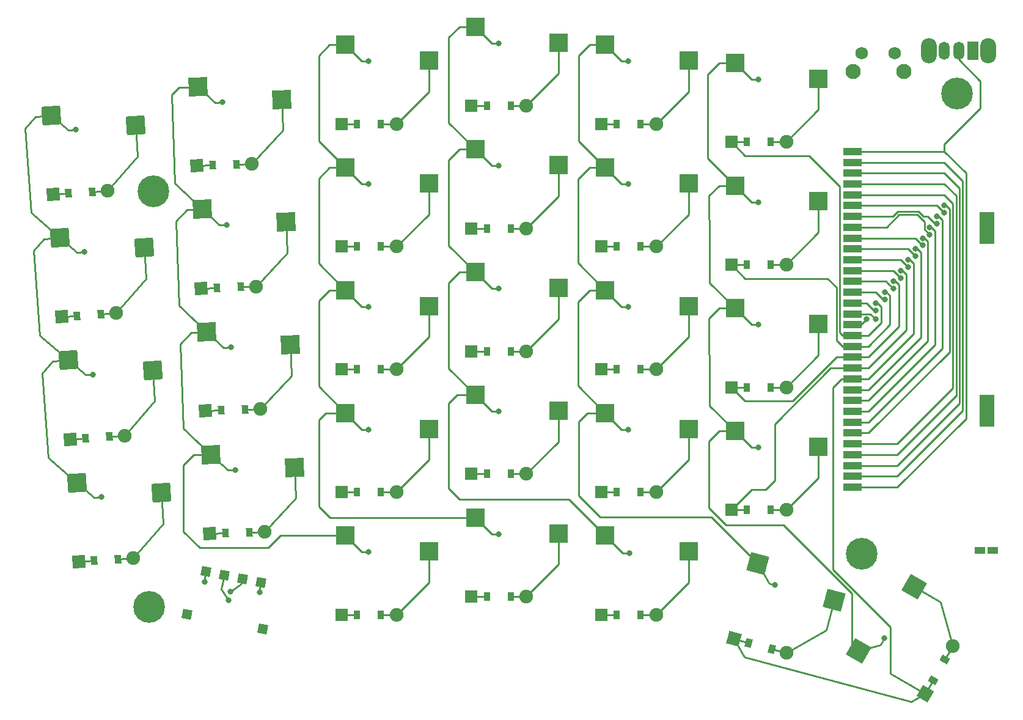
<source format=gbr>
%TF.GenerationSoftware,KiCad,Pcbnew,(6.0.11-0)*%
%TF.CreationDate,2023-06-20T20:04:49-05:00*%
%TF.ProjectId,typeboy,74797065-626f-4792-9e6b-696361645f70,v1.0.0*%
%TF.SameCoordinates,Original*%
%TF.FileFunction,Copper,L2,Bot*%
%TF.FilePolarity,Positive*%
%FSLAX46Y46*%
G04 Gerber Fmt 4.6, Leading zero omitted, Abs format (unit mm)*
G04 Created by KiCad (PCBNEW (6.0.11-0)) date 2023-06-20 20:04:49*
%MOMM*%
%LPD*%
G01*
G04 APERTURE LIST*
G04 Aperture macros list*
%AMRotRect*
0 Rectangle, with rotation*
0 The origin of the aperture is its center*
0 $1 length*
0 $2 width*
0 $3 Rotation angle, in degrees counterclockwise*
0 Add horizontal line*
21,1,$1,$2,0,0,$3*%
G04 Aperture macros list end*
%TA.AperFunction,SMDPad,CuDef*%
%ADD10RotRect,0.900000X1.200000X4.000000*%
%TD*%
%TA.AperFunction,ComponentPad*%
%ADD11RotRect,1.778000X1.778000X4.000000*%
%TD*%
%TA.AperFunction,ComponentPad*%
%ADD12C,1.905000*%
%TD*%
%TA.AperFunction,SMDPad,CuDef*%
%ADD13R,0.900000X1.200000*%
%TD*%
%TA.AperFunction,ComponentPad*%
%ADD14R,1.778000X1.778000*%
%TD*%
%TA.AperFunction,ComponentPad*%
%ADD15RotRect,1.778000X1.778000X2.000000*%
%TD*%
%TA.AperFunction,SMDPad,CuDef*%
%ADD16RotRect,0.900000X1.200000X2.000000*%
%TD*%
%TA.AperFunction,SMDPad,CuDef*%
%ADD17R,2.600000X2.600000*%
%TD*%
%TA.AperFunction,SMDPad,CuDef*%
%ADD18RotRect,2.600000X2.600000X2.000000*%
%TD*%
%TA.AperFunction,ComponentPad*%
%ADD19O,2.200000X3.500000*%
%TD*%
%TA.AperFunction,ComponentPad*%
%ADD20R,1.500000X2.500000*%
%TD*%
%TA.AperFunction,ComponentPad*%
%ADD21O,1.500000X2.500000*%
%TD*%
%TA.AperFunction,SMDPad,CuDef*%
%ADD22RotRect,2.600000X2.600000X4.000000*%
%TD*%
%TA.AperFunction,ComponentPad*%
%ADD23C,0.700000*%
%TD*%
%TA.AperFunction,ComponentPad*%
%ADD24C,4.400000*%
%TD*%
%TA.AperFunction,SMDPad,CuDef*%
%ADD25RotRect,1.300000X1.300000X349.000000*%
%TD*%
%TA.AperFunction,SMDPad,CuDef*%
%ADD26RotRect,2.600000X2.600000X60.000000*%
%TD*%
%TA.AperFunction,ComponentPad*%
%ADD27C,2.100000*%
%TD*%
%TA.AperFunction,ComponentPad*%
%ADD28C,1.750000*%
%TD*%
%TA.AperFunction,SMDPad,CuDef*%
%ADD29RotRect,2.600000X2.600000X345.000000*%
%TD*%
%TA.AperFunction,SMDPad,CuDef*%
%ADD30R,2.500000X1.000000*%
%TD*%
%TA.AperFunction,SMDPad,CuDef*%
%ADD31R,2.000000X4.500000*%
%TD*%
%TA.AperFunction,SMDPad,CuDef*%
%ADD32RotRect,0.900000X1.200000X60.000000*%
%TD*%
%TA.AperFunction,ComponentPad*%
%ADD33RotRect,1.778000X1.778000X60.000000*%
%TD*%
%TA.AperFunction,SMDPad,CuDef*%
%ADD34RotRect,0.900000X1.200000X345.000000*%
%TD*%
%TA.AperFunction,ComponentPad*%
%ADD35RotRect,1.778000X1.778000X345.000000*%
%TD*%
%TA.AperFunction,ViaPad*%
%ADD36C,0.800000*%
%TD*%
%TA.AperFunction,Conductor*%
%ADD37C,0.250000*%
%TD*%
G04 APERTURE END LIST*
D10*
%TO.P,D2,1*%
%TO.N,row2*%
X72688279Y-173060832D03*
D11*
X70533541Y-173211506D03*
D10*
%TO.P,D2,2*%
%TO.N,outer_home*%
X75980241Y-172830636D03*
D12*
X78134979Y-172679962D03*
%TD*%
D13*
%TO.P,D26,1*%
%TO.N,row1*%
X164303498Y-149000430D03*
D14*
X162143498Y-149000430D03*
D12*
%TO.P,D26,2*%
%TO.N,inner_top*%
X169763498Y-149000430D03*
D13*
X167603498Y-149000430D03*
%TD*%
D15*
%TO.P,D8,1*%
%TO.N,row0*%
X88132611Y-135296916D03*
D16*
X90291295Y-135221533D03*
%TO.P,D8,2*%
%TO.N,pinky_num*%
X93589285Y-135106365D03*
D12*
X95747969Y-135030982D03*
%TD*%
D15*
%TO.P,D6,1*%
%TO.N,row2*%
X89319193Y-169276203D03*
D16*
X91477877Y-169200820D03*
D12*
%TO.P,D6,2*%
%TO.N,pinky_home*%
X96934551Y-169010269D03*
D16*
X94775867Y-169085652D03*
%TD*%
D17*
%TO.P,S15,1*%
%TO.N,col3*%
X126678500Y-167050421D03*
%TO.P,S15,2*%
%TO.N,middle_bottom*%
X138228500Y-169250421D03*
%TD*%
D13*
%TO.P,D25,1*%
%TO.N,row2*%
X164303496Y-166000428D03*
D14*
X162143496Y-166000428D03*
D13*
%TO.P,D25,2*%
%TO.N,inner_home*%
X167603496Y-166000428D03*
D12*
X169763496Y-166000428D03*
%TD*%
D17*
%TO.P,S16,1*%
%TO.N,col3*%
X126678489Y-150050416D03*
%TO.P,S16,2*%
%TO.N,middle_home*%
X138228489Y-152250416D03*
%TD*%
D18*
%TO.P,S7,1*%
%TO.N,col1*%
X88878431Y-141324557D03*
%TO.P,S7,2*%
%TO.N,pinky_top*%
X100498174Y-143120128D03*
%TD*%
D14*
%TO.P,D23,1*%
%TO.N,row0*%
X144143490Y-129500424D03*
D13*
X146303490Y-129500424D03*
%TO.P,D23,2*%
%TO.N,index_num*%
X149603490Y-129500424D03*
D12*
X151763490Y-129500424D03*
%TD*%
D14*
%TO.P,D10,1*%
%TO.N,row3*%
X108143499Y-180500426D03*
D13*
X110303499Y-180500426D03*
%TO.P,D10,2*%
%TO.N,ring_bottom*%
X113603499Y-180500426D03*
D12*
X115763499Y-180500426D03*
%TD*%
D17*
%TO.P,S21,1*%
%TO.N,col4*%
X144678500Y-152550426D03*
%TO.P,S21,2*%
%TO.N,index_home*%
X156228500Y-154750426D03*
%TD*%
%TO.P,S24,1*%
%TO.N,col5*%
X162678497Y-172050430D03*
%TO.P,S24,2*%
%TO.N,inner_bottom*%
X174228497Y-174250430D03*
%TD*%
D13*
%TO.P,D20,1*%
%TO.N,row3*%
X146303499Y-180500423D03*
D14*
X144143499Y-180500423D03*
D12*
%TO.P,D20,2*%
%TO.N,index_bottom*%
X151763499Y-180500423D03*
D13*
X149603499Y-180500423D03*
%TD*%
D19*
%TO.P,REF\u002A\u002A,*%
%TO.N,*%
X197753492Y-119350421D03*
X189553492Y-119350421D03*
D20*
%TO.P,REF\u002A\u002A,1*%
%TO.N,BATIN*%
X195653492Y-119350421D03*
D21*
%TO.P,REF\u002A\u002A,2*%
%TO.N,BATOUT*%
X193653492Y-119350421D03*
%TO.P,REF\u002A\u002A,3*%
%TO.N,N/C*%
X191653492Y-119350421D03*
%TD*%
D14*
%TO.P,D24,1*%
%TO.N,row3*%
X162143494Y-183000424D03*
D13*
X164303494Y-183000424D03*
D12*
%TO.P,D24,2*%
%TO.N,inner_bottom*%
X169763494Y-183000424D03*
D13*
X167603494Y-183000424D03*
%TD*%
D17*
%TO.P,S19,1*%
%TO.N,col3*%
X144678497Y-186550421D03*
%TO.P,S19,2*%
%TO.N,index_mod*%
X156228497Y-188750421D03*
%TD*%
D14*
%TO.P,D18,1*%
%TO.N,row0*%
X126143491Y-127000419D03*
D13*
X128303491Y-127000419D03*
D12*
%TO.P,D18,2*%
%TO.N,middle_num*%
X133763491Y-127000419D03*
D13*
X131603491Y-127000419D03*
%TD*%
D22*
%TO.P,S1,1*%
%TO.N,col0*%
X71489252Y-179209456D03*
%TO.P,S1,2*%
%TO.N,outer_bottom*%
X83164581Y-180598410D03*
%TD*%
D17*
%TO.P,S10,1*%
%TO.N,col2*%
X108678490Y-169550431D03*
%TO.P,S10,2*%
%TO.N,ring_bottom*%
X120228490Y-171750431D03*
%TD*%
D13*
%TO.P,D11,1*%
%TO.N,row2*%
X110303491Y-163500423D03*
D14*
X108143491Y-163500423D03*
D13*
%TO.P,D11,2*%
%TO.N,ring_home*%
X113603491Y-163500423D03*
D12*
X115763491Y-163500423D03*
%TD*%
D17*
%TO.P,S14,1*%
%TO.N,col2*%
X126678497Y-184050422D03*
%TO.P,S14,2*%
%TO.N,middle_mod*%
X138228497Y-186250422D03*
%TD*%
%TO.P,S11,1*%
%TO.N,col2*%
X108678497Y-152550426D03*
%TO.P,S11,2*%
%TO.N,ring_home*%
X120228497Y-154750426D03*
%TD*%
D15*
%TO.P,D5,1*%
%TO.N,row3*%
X89912481Y-186265854D03*
D16*
X92071165Y-186190471D03*
D12*
%TO.P,D5,2*%
%TO.N,pinky_bottom*%
X97527839Y-185999920D03*
D16*
X95369155Y-186075303D03*
%TD*%
D18*
%TO.P,S8,1*%
%TO.N,col1*%
X88285139Y-124334912D03*
%TO.P,S8,2*%
%TO.N,pinky_num*%
X99904882Y-126130483D03*
%TD*%
D17*
%TO.P,S26,1*%
%TO.N,col5*%
X162678500Y-138050419D03*
%TO.P,S26,2*%
%TO.N,inner_top*%
X174228500Y-140250419D03*
%TD*%
%TO.P,S27,1*%
%TO.N,col5*%
X162678502Y-121050420D03*
%TO.P,S27,2*%
%TO.N,inner_num*%
X174228502Y-123250420D03*
%TD*%
D10*
%TO.P,D1,1*%
%TO.N,row3*%
X73874136Y-190019429D03*
D11*
X71719398Y-190170103D03*
D10*
%TO.P,D1,2*%
%TO.N,outer_bottom*%
X77166098Y-189789233D03*
D12*
X79320836Y-189638559D03*
%TD*%
D23*
%TO.P,_1,1*%
%TO.N,N/C*%
X181420223Y-190217152D03*
D24*
X180253497Y-189050426D03*
D23*
X180253497Y-190700426D03*
X181420223Y-187883700D03*
X178603497Y-189050426D03*
X179086771Y-187883700D03*
X179086771Y-190217152D03*
X181903497Y-189050426D03*
X180253497Y-187400426D03*
%TD*%
D11*
%TO.P,D3,1*%
%TO.N,row1*%
X69347675Y-156252919D03*
D10*
X71502413Y-156102245D03*
%TO.P,D3,2*%
%TO.N,outer_top*%
X74794375Y-155872049D03*
D12*
X76949113Y-155721375D03*
%TD*%
D17*
%TO.P,S12,1*%
%TO.N,col2*%
X108678492Y-135550421D03*
%TO.P,S12,2*%
%TO.N,ring_top*%
X120228492Y-137750421D03*
%TD*%
D24*
%TO.P,_4,1*%
%TO.N,N/C*%
X82045650Y-138894545D03*
D23*
X82132004Y-140542284D03*
X83693389Y-138808191D03*
X80819461Y-137790480D03*
X83271839Y-139998610D03*
X83149715Y-137668356D03*
X81959296Y-137246806D03*
X80941585Y-140120734D03*
X80397911Y-138980899D03*
%TD*%
D16*
%TO.P,D7,1*%
%TO.N,row1*%
X90884587Y-152211177D03*
D15*
X88725903Y-152286560D03*
D12*
%TO.P,D7,2*%
%TO.N,pinky_top*%
X96341261Y-152020626D03*
D16*
X94182577Y-152096009D03*
%TD*%
D22*
%TO.P,S2,1*%
%TO.N,col0*%
X70303400Y-162250858D03*
%TO.P,S2,2*%
%TO.N,outer_home*%
X81978729Y-163639812D03*
%TD*%
D25*
%TO.P,REF\u002A\u002A,5*%
%TO.N,MISO*%
X97001251Y-193035153D03*
%TO.P,REF\u002A\u002A,6*%
%TO.N,GND*%
X94449020Y-192539050D03*
%TO.P,REF\u002A\u002A,7*%
%TO.N,NFC0*%
X91896790Y-192042946D03*
%TO.P,REF\u002A\u002A,8*%
%TO.N,NFC1*%
X89344559Y-191546843D03*
%TO.P,REF\u002A\u002A,MP*%
%TO.N,N/C*%
X97232054Y-199446996D03*
X86728643Y-197405340D03*
%TD*%
D14*
%TO.P,D15,1*%
%TO.N,row3*%
X126143496Y-178000420D03*
D13*
X128303496Y-178000420D03*
%TO.P,D15,2*%
%TO.N,middle_bottom*%
X131603496Y-178000420D03*
D12*
X133763496Y-178000420D03*
%TD*%
D14*
%TO.P,D12,1*%
%TO.N,row1*%
X108143496Y-146500429D03*
D13*
X110303496Y-146500429D03*
D12*
%TO.P,D12,2*%
%TO.N,ring_top*%
X115763496Y-146500429D03*
D13*
X113603496Y-146500429D03*
%TD*%
D26*
%TO.P,S29,1*%
%TO.N,col5*%
X179781860Y-202520403D03*
%TO.P,S29,2*%
%TO.N,space_cluster*%
X187462116Y-193617810D03*
%TD*%
D11*
%TO.P,D4,1*%
%TO.N,row0*%
X68161819Y-139294333D03*
D10*
X70316557Y-139143659D03*
%TO.P,D4,2*%
%TO.N,outer_num*%
X73608519Y-138913463D03*
D12*
X75763257Y-138762789D03*
%TD*%
D17*
%TO.P,S17,1*%
%TO.N,col3*%
X126678498Y-133050422D03*
%TO.P,S17,2*%
%TO.N,middle_top*%
X138228498Y-135250422D03*
%TD*%
D13*
%TO.P,D19,1*%
%TO.N,row4*%
X146303499Y-197500423D03*
D14*
X144143499Y-197500423D03*
D12*
%TO.P,D19,2*%
%TO.N,index_mod*%
X151763499Y-197500423D03*
D13*
X149603499Y-197500423D03*
%TD*%
%TO.P,D14,1*%
%TO.N,row4*%
X128303495Y-195000421D03*
D14*
X126143495Y-195000421D03*
D12*
%TO.P,D14,2*%
%TO.N,middle_mod*%
X133763495Y-195000421D03*
D13*
X131603495Y-195000421D03*
%TD*%
D27*
%TO.P,REF\u002A\u002A,*%
%TO.N,*%
X179003497Y-122222924D03*
X186013497Y-122222924D03*
D28*
%TO.P,REF\u002A\u002A,1*%
%TO.N,GND*%
X180253497Y-119732924D03*
%TO.P,REF\u002A\u002A,2*%
%TO.N,RST*%
X184753497Y-119732924D03*
%TD*%
D18*
%TO.P,S5,1*%
%TO.N,col1*%
X90065014Y-175303836D03*
%TO.P,S5,2*%
%TO.N,pinky_bottom*%
X101684757Y-177099407D03*
%TD*%
D17*
%TO.P,S22,1*%
%TO.N,col4*%
X144678498Y-135550425D03*
%TO.P,S22,2*%
%TO.N,index_top*%
X156228498Y-137750425D03*
%TD*%
D22*
%TO.P,S4,1*%
%TO.N,col0*%
X67931680Y-128333682D03*
%TO.P,S4,2*%
%TO.N,outer_num*%
X79607009Y-129722636D03*
%TD*%
D14*
%TO.P,D9,1*%
%TO.N,row4*%
X108143495Y-197500424D03*
D13*
X110303495Y-197500424D03*
D12*
%TO.P,D9,2*%
%TO.N,ring_mod*%
X115763495Y-197500424D03*
D13*
X113603495Y-197500424D03*
%TD*%
D23*
%TO.P,_3,1*%
%TO.N,N/C*%
X82570536Y-195158576D03*
X81603137Y-198049828D03*
X82733310Y-197486344D03*
X83134020Y-196288749D03*
D24*
X81488039Y-196403847D03*
D23*
X79842058Y-196518945D03*
X81372941Y-194757866D03*
X80405542Y-197649118D03*
X80242768Y-195321350D03*
%TD*%
D13*
%TO.P,D22,1*%
%TO.N,row1*%
X146303495Y-146500424D03*
D14*
X144143495Y-146500424D03*
D12*
%TO.P,D22,2*%
%TO.N,index_top*%
X151763495Y-146500424D03*
D13*
X149603495Y-146500424D03*
%TD*%
D17*
%TO.P,S25,1*%
%TO.N,col5*%
X162678500Y-155050424D03*
%TO.P,S25,2*%
%TO.N,inner_home*%
X174228500Y-157250424D03*
%TD*%
D29*
%TO.P,S28,1*%
%TO.N,col4*%
X165830062Y-190405518D03*
%TO.P,S28,2*%
%TO.N,layer_cluster*%
X176417104Y-195519915D03*
%TD*%
D17*
%TO.P,S13,1*%
%TO.N,col2*%
X108678493Y-118550418D03*
%TO.P,S13,2*%
%TO.N,ring_num*%
X120228493Y-120750418D03*
%TD*%
D30*
%TO.P,J2,33*%
%TO.N,BATOUT*%
X178903504Y-133337934D03*
%TO.P,J2,34*%
%TO.N,BATIN*%
X178903504Y-134837934D03*
%TO.P,J2,35*%
%TO.N,RST*%
X178903504Y-136337934D03*
%TO.P,J2,36*%
%TO.N,GND*%
X178903504Y-137837934D03*
%TO.P,J2,37*%
%TO.N,VCC*%
X178903504Y-139337934D03*
%TO.P,J2,38*%
%TO.N,NFC1*%
X178903504Y-140837934D03*
%TO.P,J2,39*%
%TO.N,NFC0*%
X178903504Y-142337934D03*
%TO.P,J2,40*%
%TO.N,MISO*%
X178903504Y-143837934D03*
%TO.P,J2,41*%
%TO.N,col7*%
X178903504Y-145337934D03*
%TO.P,J2,42*%
%TO.N,col6*%
X178903504Y-146837934D03*
%TO.P,J2,43*%
%TO.N,col5*%
X178903504Y-148337934D03*
%TO.P,J2,44*%
%TO.N,col4*%
X178903504Y-149837934D03*
%TO.P,J2,45*%
%TO.N,col3*%
X178903504Y-151337934D03*
%TO.P,J2,46*%
%TO.N,col2*%
X178903504Y-152837934D03*
%TO.P,J2,47*%
%TO.N,col1*%
X178903504Y-154337934D03*
%TO.P,J2,48*%
%TO.N,col0*%
X178903504Y-155837934D03*
%TO.P,J2,49*%
%TO.N,LCD_CS*%
X178903504Y-157337934D03*
%TO.P,J2,50*%
%TO.N,row0*%
X178903504Y-158837934D03*
%TO.P,J2,51*%
%TO.N,row1*%
X178903504Y-160337934D03*
%TO.P,J2,52*%
%TO.N,row2*%
X178903504Y-161837934D03*
%TO.P,J2,53*%
%TO.N,row3*%
X178903504Y-163337934D03*
%TO.P,J2,54*%
%TO.N,row4*%
X178903504Y-164837934D03*
%TO.P,J2,55*%
%TO.N,row5*%
X178903504Y-166337934D03*
%TO.P,J2,56*%
%TO.N,IO_CS*%
X178903504Y-167837934D03*
%TO.P,J2,57*%
%TO.N,SCK*%
X178903504Y-169337934D03*
%TO.P,J2,58*%
%TO.N,MISO*%
X178903504Y-170837934D03*
%TO.P,J2,59*%
%TO.N,MOSI*%
X178903504Y-172337934D03*
%TO.P,J2,60*%
%TO.N,VCC*%
X178903504Y-173837934D03*
%TO.P,J2,61*%
%TO.N,GND*%
X178903504Y-175337934D03*
%TO.P,J2,62*%
%TO.N,RST*%
X178903504Y-176837934D03*
%TO.P,J2,63*%
%TO.N,BATIN*%
X178903504Y-178337934D03*
%TO.P,J2,64*%
%TO.N,BATOUT*%
X178903504Y-179837934D03*
D31*
%TO.P,J2,GND*%
%TO.N,N/C*%
X197574304Y-169269974D03*
X197574304Y-143905894D03*
%TD*%
D17*
%TO.P,S18,1*%
%TO.N,col3*%
X126678497Y-116050422D03*
%TO.P,S18,2*%
%TO.N,middle_num*%
X138228497Y-118250422D03*
%TD*%
D13*
%TO.P,D16,1*%
%TO.N,row2*%
X128303504Y-161000422D03*
D14*
X126143504Y-161000422D03*
D13*
%TO.P,D16,2*%
%TO.N,middle_home*%
X131603504Y-161000422D03*
D12*
X133763504Y-161000422D03*
%TD*%
D32*
%TO.P,D29,1*%
%TO.N,row4*%
X190077338Y-206588108D03*
D33*
X188997338Y-208458723D03*
D12*
%TO.P,D29,2*%
%TO.N,space_cluster*%
X192807338Y-201859609D03*
D32*
X191727338Y-203730224D03*
%TD*%
D14*
%TO.P,D21,1*%
%TO.N,row2*%
X144143498Y-163500424D03*
D13*
X146303498Y-163500424D03*
%TO.P,D21,2*%
%TO.N,index_home*%
X149603498Y-163500424D03*
D12*
X151763498Y-163500424D03*
%TD*%
D13*
%TO.P,D27,1*%
%TO.N,row0*%
X164303496Y-132000423D03*
D14*
X162143496Y-132000423D03*
D13*
%TO.P,D27,2*%
%TO.N,inner_num*%
X167603496Y-132000423D03*
D12*
X169763496Y-132000423D03*
%TD*%
D17*
%TO.P,S23,1*%
%TO.N,col4*%
X144678492Y-118550424D03*
%TO.P,S23,2*%
%TO.N,index_num*%
X156228492Y-120750424D03*
%TD*%
D13*
%TO.P,D17,1*%
%TO.N,row1*%
X128303498Y-144000427D03*
D14*
X126143498Y-144000427D03*
D13*
%TO.P,D17,2*%
%TO.N,middle_top*%
X131603498Y-144000427D03*
D12*
X133763498Y-144000427D03*
%TD*%
D23*
%TO.P,_2,1*%
%TO.N,N/C*%
X194620221Y-124133695D03*
D24*
X193453495Y-125300421D03*
D23*
X193453495Y-126950421D03*
X191803495Y-125300421D03*
X194620221Y-126467147D03*
X192286769Y-126467147D03*
X192286769Y-124133695D03*
X193453495Y-123650421D03*
X195103495Y-125300421D03*
%TD*%
D22*
%TO.P,S3,1*%
%TO.N,col0*%
X69117548Y-145292276D03*
%TO.P,S3,2*%
%TO.N,outer_top*%
X80792877Y-146681230D03*
%TD*%
D17*
%TO.P,S20,1*%
%TO.N,col4*%
X144678493Y-169550428D03*
%TO.P,S20,2*%
%TO.N,index_bottom*%
X156228493Y-171750428D03*
%TD*%
D18*
%TO.P,S6,1*%
%TO.N,col1*%
X89471718Y-158314193D03*
%TO.P,S6,2*%
%TO.N,pinky_home*%
X101091461Y-160109764D03*
%TD*%
D34*
%TO.P,D28,1*%
%TO.N,row4*%
X164565626Y-201403005D03*
D35*
X162479227Y-200843955D03*
D34*
%TO.P,D28,2*%
%TO.N,layer_cluster*%
X167753182Y-202257107D03*
D12*
X169839581Y-202816157D03*
%TD*%
D17*
%TO.P,S9,1*%
%TO.N,col1*%
X108678497Y-186550422D03*
%TO.P,S9,2*%
%TO.N,ring_mod*%
X120228497Y-188750422D03*
%TD*%
D13*
%TO.P,D13,1*%
%TO.N,row0*%
X110303487Y-129500427D03*
D14*
X108143487Y-129500427D03*
D13*
%TO.P,D13,2*%
%TO.N,ring_num*%
X113603487Y-129500427D03*
D12*
X115763487Y-129500427D03*
%TD*%
D36*
%TO.N,col0*%
X73679194Y-164217128D03*
X74865060Y-181175717D03*
X71307486Y-130299952D03*
X182149494Y-156587939D03*
X72493345Y-147258539D03*
%TO.N,col1*%
X182149497Y-155337924D03*
X92236575Y-143489956D03*
X91643286Y-126500316D03*
X92829878Y-160479607D03*
X93423164Y-177469245D03*
X111899500Y-188837929D03*
%TO.N,col2*%
X111899495Y-137837925D03*
X129899495Y-186337927D03*
X111899490Y-120837926D03*
X111899507Y-154837924D03*
X111899497Y-171837937D03*
X183399490Y-153837923D03*
%TO.N,col3*%
X129899494Y-118337933D03*
X184649503Y-152337439D03*
X129899488Y-152337928D03*
X129899499Y-169337926D03*
X148000000Y-189000000D03*
X129899498Y-135337933D03*
%TO.N,col4*%
X147899486Y-120837938D03*
X168225583Y-193415201D03*
X147899504Y-171837930D03*
X147899496Y-154837929D03*
X185649498Y-150837936D03*
X147899501Y-137837927D03*
%TO.N,col5*%
X165899491Y-174337927D03*
X165899497Y-157337931D03*
X183369729Y-200769553D03*
X165899499Y-140337932D03*
X165899497Y-123337931D03*
X186649496Y-149337929D03*
%TO.N,row3*%
X185649491Y-149837934D03*
%TO.N,row2*%
X184649491Y-151337937D03*
%TO.N,row1*%
X183399499Y-152837938D03*
%TO.N,row0*%
X182149492Y-154337930D03*
%TO.N,row4*%
X186649508Y-148337927D03*
%TO.N,GND*%
X92775228Y-194273683D03*
%TO.N,MOSI*%
X191649496Y-140837935D03*
%TO.N,MISO*%
X189649494Y-144837935D03*
X96777983Y-194427370D03*
X190649499Y-142337933D03*
%TO.N,SCK*%
X189649498Y-143837933D03*
%TO.N,IO_CS*%
X188649499Y-145337935D03*
%TO.N,row5*%
X187649496Y-146837933D03*
%TO.N,LCD_CS*%
X180899495Y-156587926D03*
%TO.N,col6*%
X187649499Y-147837926D03*
%TO.N,col7*%
X188649494Y-146337438D03*
%TO.N,NFC0*%
X190649498Y-143337925D03*
X92536719Y-195500713D03*
%TO.N,NFC1*%
X191649493Y-141837934D03*
X89170370Y-192948598D03*
%TD*%
D37*
%TO.N,col0*%
X65154071Y-141846883D02*
X64334458Y-130125798D01*
X71489260Y-179209458D02*
X73834119Y-181247809D01*
X70303403Y-162250861D02*
X72648259Y-164289212D01*
X65760331Y-128485517D02*
X67931681Y-128333683D01*
X64334458Y-130125798D02*
X65760331Y-128485517D01*
X66706178Y-164042980D02*
X68132051Y-162402699D01*
X67931677Y-128333687D02*
X70276548Y-130372043D01*
X71462404Y-147330628D02*
X72493345Y-147258539D01*
X182149494Y-156587939D02*
X181399496Y-155837938D01*
X181399496Y-155837938D02*
X178903497Y-155837926D01*
X69117546Y-145292278D02*
X71462404Y-147330628D01*
X72648259Y-164289212D02*
X73679194Y-164217128D01*
X71489260Y-179209458D02*
X67525797Y-175764061D01*
X69117542Y-145292273D02*
X65154071Y-141846883D01*
X67525797Y-175764061D02*
X66706178Y-164042980D01*
X66946196Y-145444106D02*
X69117542Y-145292273D01*
X73834119Y-181247809D02*
X74865060Y-181175717D01*
X70303406Y-162250860D02*
X66339938Y-158805472D01*
X65520320Y-147084388D02*
X66946196Y-145444106D01*
X66339938Y-158805472D02*
X65520320Y-147084388D01*
X70276548Y-130372043D02*
X71307486Y-130299952D01*
X68132051Y-162402699D02*
X70303406Y-162250860D01*
%TO.N,outer_bottom*%
X77166095Y-189789230D02*
X79320836Y-189638558D01*
X83463504Y-184872967D02*
X83164591Y-180598411D01*
X79320836Y-189638558D02*
X83463504Y-184872967D01*
%TO.N,outer_home*%
X78134978Y-172679968D02*
X75980237Y-172830638D01*
X78134978Y-172679968D02*
X82277641Y-167914373D01*
X82277641Y-167914373D02*
X81978743Y-163639818D01*
%TO.N,outer_top*%
X81091786Y-150955782D02*
X80792879Y-146681225D01*
X76949119Y-155721374D02*
X81091786Y-150955782D01*
X76949119Y-155721374D02*
X74794379Y-155872048D01*
%TO.N,outer_num*%
X73608512Y-138913462D02*
X75763257Y-138762779D01*
X79905919Y-133997200D02*
X75763257Y-138762779D01*
X79607009Y-129722640D02*
X79905919Y-133997200D01*
%TO.N,col1*%
X91237934Y-143524828D02*
X92236575Y-143489956D01*
X85624713Y-154726804D02*
X85215069Y-142996237D01*
X85598588Y-124428725D02*
X88285134Y-124334914D01*
X87296389Y-158390167D02*
X89471717Y-158314206D01*
X90065016Y-175303846D02*
X92424518Y-177504117D01*
X88878423Y-141324559D02*
X85031416Y-137737163D01*
X91831224Y-160514473D02*
X92829878Y-160479607D01*
X108678496Y-186550420D02*
X110966006Y-188837935D01*
X89471717Y-158314206D02*
X85624713Y-154726804D01*
X90065016Y-175303846D02*
X86218005Y-171716457D01*
X88500000Y-188250000D02*
X86250000Y-186000000D01*
X87696164Y-175303836D02*
X90065014Y-175303836D01*
X178903494Y-154337934D02*
X180899492Y-154337934D01*
X92424518Y-177504117D02*
X93423164Y-177469245D01*
X86218005Y-171716457D02*
X85808368Y-159985884D01*
X85808368Y-159985884D02*
X87296389Y-158390167D01*
X84603929Y-125495376D02*
X85598588Y-124428725D01*
X110966006Y-188837935D02*
X111899500Y-188837929D01*
X180899492Y-154337934D02*
X181899499Y-155337937D01*
X181899499Y-155337937D02*
X182149497Y-155337924D01*
X108678497Y-186550422D02*
X99699578Y-186550422D01*
X86703101Y-141400517D02*
X88878423Y-141324559D01*
X90644648Y-126535185D02*
X91643286Y-126500316D01*
X86250000Y-186000000D02*
X86250000Y-176750000D01*
X88285134Y-124334914D02*
X90644648Y-126535185D01*
X99699578Y-186550422D02*
X98000000Y-188250000D01*
X86250000Y-176750000D02*
X87696164Y-175303836D01*
X85031416Y-137737163D02*
X84603929Y-125495376D01*
X85215069Y-142996237D02*
X86703101Y-141400517D01*
X98000000Y-188250000D02*
X88500000Y-188250000D01*
X89471717Y-158314206D02*
X91831224Y-160514473D01*
X88878423Y-141324559D02*
X91237934Y-143524828D01*
%TO.N,pinky_bottom*%
X101684754Y-177099418D02*
X101834298Y-181381811D01*
X95369158Y-186075298D02*
X97527842Y-185999912D01*
X101834298Y-181381811D02*
X97527842Y-185999912D01*
%TO.N,pinky_home*%
X101241004Y-164392163D02*
X96934553Y-169010271D01*
X96934553Y-169010271D02*
X94775872Y-169085653D01*
X101091461Y-160109770D02*
X101241004Y-164392163D01*
%TO.N,pinky_top*%
X100647716Y-147402516D02*
X96341254Y-152020620D01*
X94182571Y-152096012D02*
X96341254Y-152020620D01*
X100498168Y-143120125D02*
X100647716Y-147402516D01*
%TO.N,pinky_num*%
X100054420Y-130412863D02*
X95747963Y-135030981D01*
X95747963Y-135030981D02*
X93589287Y-135106361D01*
X99904879Y-126130476D02*
X100054420Y-130412863D01*
%TO.N,col2*%
X105012926Y-165884855D02*
X105012921Y-154039346D01*
X108678491Y-169550422D02*
X105012926Y-165884855D01*
X108678501Y-118550422D02*
X110966004Y-120837934D01*
X108678487Y-135550427D02*
X110966008Y-137837935D01*
X108678502Y-152550430D02*
X105012923Y-148884846D01*
X110966008Y-137837935D02*
X111899495Y-137837925D01*
X106501845Y-152550426D02*
X108678502Y-152550430D01*
X105949569Y-169550431D02*
X108678490Y-169550431D01*
X110966004Y-120837934D02*
X111899490Y-120837926D01*
X105012921Y-154039346D02*
X106501845Y-152550426D01*
X126678497Y-184050422D02*
X106550422Y-184050422D01*
X106550422Y-184050422D02*
X105000000Y-182500000D01*
X105012926Y-120039348D02*
X106501840Y-118550424D01*
X183149500Y-153837935D02*
X183399490Y-153837923D01*
X128966008Y-186337934D02*
X129899495Y-186337927D01*
X106501847Y-135550421D02*
X108678487Y-135550427D01*
X105012923Y-148884846D02*
X105012912Y-137039345D01*
X108678497Y-169550424D02*
X110966016Y-171837926D01*
X106501840Y-118550424D02*
X108678501Y-118550422D01*
X105012917Y-131884847D02*
X105012926Y-120039348D01*
X108678502Y-152550430D02*
X110965997Y-154837936D01*
X105012912Y-137039345D02*
X106501847Y-135550421D01*
X105000000Y-182500000D02*
X105000000Y-170500000D01*
X126678496Y-184050417D02*
X128966008Y-186337934D01*
X108678487Y-135550427D02*
X105012917Y-131884847D01*
X105000000Y-170500000D02*
X105949569Y-169550431D01*
X178903502Y-152837933D02*
X182149499Y-152837922D01*
X110965997Y-154837936D02*
X111899507Y-154837924D01*
X110966016Y-171837926D02*
X111899497Y-171837937D01*
X182149499Y-152837922D02*
X183149500Y-153837935D01*
%TO.N,ring_mod*%
X115763496Y-197500424D02*
X120228500Y-193035423D01*
X120228500Y-193035423D02*
X120228504Y-188750425D01*
X115763496Y-197500424D02*
X113603502Y-197500433D01*
%TO.N,ring_bottom*%
X113603491Y-180500427D02*
X115763495Y-180500426D01*
X120228496Y-176035421D02*
X115763495Y-180500426D01*
X120228498Y-171750423D02*
X120228496Y-176035421D01*
%TO.N,ring_home*%
X120228503Y-154750424D02*
X120228498Y-159035420D01*
X115763494Y-163500424D02*
X113603495Y-163500429D01*
X120228498Y-159035420D02*
X115763494Y-163500424D01*
%TO.N,ring_top*%
X115763501Y-146500427D02*
X113603494Y-146500416D01*
X120228500Y-142035418D02*
X115763501Y-146500427D01*
X120228489Y-137750426D02*
X120228500Y-142035418D01*
%TO.N,ring_num*%
X115763494Y-129500421D02*
X120228492Y-125035417D01*
X120228492Y-125035417D02*
X120228499Y-120750420D01*
X113603502Y-129500422D02*
X115763494Y-129500421D01*
%TO.N,col3*%
X184623696Y-152337440D02*
X183886844Y-151600585D01*
X124501842Y-116050425D02*
X126678493Y-116050426D01*
X128966009Y-118337935D02*
X129899494Y-118337933D01*
X123012924Y-129384848D02*
X123012917Y-117539343D01*
X184349186Y-152062936D02*
X183886844Y-151600585D01*
X128966007Y-152337932D02*
X129899488Y-152337928D01*
X124500000Y-181500000D02*
X123000000Y-180000000D01*
X123000000Y-168250000D02*
X124199579Y-167050421D01*
X123012921Y-146384844D02*
X123012919Y-134539345D01*
X184649503Y-152337439D02*
X184623696Y-152337440D01*
X126678495Y-167050418D02*
X128965997Y-169337929D01*
X126678497Y-116050424D02*
X128966009Y-118337935D01*
X126678498Y-150050419D02*
X128966007Y-152337932D01*
X123012919Y-134539345D02*
X124501845Y-133050423D01*
X124501846Y-150050424D02*
X126678498Y-150050419D01*
X124501845Y-133050423D02*
X126678500Y-133050422D01*
X126678500Y-133050422D02*
X123012924Y-129384848D01*
X139628076Y-181500000D02*
X124500000Y-181500000D01*
X123012919Y-151539352D02*
X124501846Y-150050424D01*
X128965997Y-169337929D02*
X129899499Y-169337926D01*
X183624186Y-151337928D02*
X178903502Y-151337934D01*
X128966003Y-135337937D02*
X129899498Y-135337933D01*
X144678497Y-186550421D02*
X147128076Y-189000000D01*
X126678493Y-167050422D02*
X123012913Y-163384848D01*
X123012917Y-117539343D02*
X124501842Y-116050425D01*
X144678497Y-186550421D02*
X139628076Y-181500000D01*
X123012913Y-163384848D02*
X123012919Y-151539352D01*
X126678505Y-133050421D02*
X128966003Y-135337937D01*
X126678498Y-150050419D02*
X123012921Y-146384844D01*
X183886844Y-151600585D02*
X183624186Y-151337928D01*
X147128076Y-189000000D02*
X148000000Y-189000000D01*
X123000000Y-180000000D02*
X123000000Y-168250000D01*
X124199579Y-167050421D02*
X126678500Y-167050421D01*
%TO.N,middle_mod*%
X138228492Y-190535423D02*
X133763499Y-195000417D01*
X138228498Y-186250422D02*
X138228492Y-190535423D01*
X133763499Y-195000417D02*
X131603497Y-195000424D01*
%TO.N,middle_bottom*%
X138228494Y-169250419D02*
X138228503Y-173535424D01*
X131603496Y-178000424D02*
X133763497Y-178000424D01*
X138228503Y-173535424D02*
X133763497Y-178000424D01*
%TO.N,middle_home*%
X138228487Y-156535424D02*
X133763494Y-161000421D01*
X138228497Y-152250420D02*
X138228487Y-156535424D01*
X131603493Y-161000425D02*
X133763494Y-161000421D01*
%TO.N,middle_top*%
X131603496Y-144000421D02*
X133763492Y-144000418D01*
X138228493Y-135250423D02*
X138228500Y-139535422D01*
X138228500Y-139535422D02*
X133763492Y-144000418D01*
%TO.N,middle_num*%
X138228495Y-118250419D02*
X138228500Y-122535426D01*
X133763497Y-127000420D02*
X131603493Y-127000424D01*
X138228500Y-122535426D02*
X133763497Y-127000420D01*
%TO.N,col4*%
X185624196Y-150837933D02*
X185649498Y-150837936D01*
X140908018Y-154144243D02*
X142501846Y-152550418D01*
X146966000Y-120837932D02*
X147899486Y-120837938D01*
X140908008Y-148779938D02*
X140908025Y-137144250D01*
X141000000Y-181000000D02*
X141000000Y-170750000D01*
X142501846Y-152550418D02*
X144678495Y-152550420D01*
X141012929Y-120039350D02*
X142501839Y-118550425D01*
X144678494Y-169550428D02*
X146966009Y-171837936D01*
X146966007Y-154837929D02*
X147899496Y-154837929D01*
X146966000Y-137837933D02*
X147899501Y-137837927D01*
X184624195Y-149837932D02*
X185624196Y-150837933D01*
X141012917Y-131884852D02*
X141012929Y-120039350D01*
X159424544Y-184000000D02*
X144000000Y-184000000D01*
X144678496Y-169550425D02*
X140908013Y-165779945D01*
X140908025Y-137144250D02*
X142501844Y-135550416D01*
X144678493Y-169550428D02*
X142199572Y-169550428D01*
X140908013Y-165779945D02*
X140908018Y-154144243D01*
X144678495Y-152550420D02*
X140908008Y-148779938D01*
X165830056Y-190405534D02*
X167447296Y-193206659D01*
X178903500Y-149837932D02*
X184624195Y-149837932D01*
X144678494Y-118550426D02*
X146966000Y-120837932D01*
X146966009Y-171837936D02*
X147899504Y-171837930D01*
X144678494Y-135550420D02*
X141012917Y-131884852D01*
X142199572Y-169550428D02*
X141000000Y-170750000D01*
X144678494Y-135550420D02*
X146966000Y-137837933D01*
X142501839Y-118550425D02*
X144678494Y-118550425D01*
X144678496Y-152550419D02*
X146966007Y-154837929D01*
X165830062Y-190405518D02*
X159424544Y-184000000D01*
X167447296Y-193206659D02*
X168225583Y-193415201D01*
X144000000Y-184000000D02*
X141000000Y-181000000D01*
X142501844Y-135550416D02*
X144678494Y-135550420D01*
%TO.N,index_mod*%
X156228500Y-188750424D02*
X156228491Y-193035422D01*
X151763494Y-197500422D02*
X149603493Y-197500428D01*
X156228491Y-193035422D02*
X151763494Y-197500422D01*
%TO.N,index_bottom*%
X156228498Y-176035425D02*
X151763495Y-180500427D01*
X156228497Y-171750427D02*
X156228498Y-176035425D01*
X149603492Y-180500423D02*
X151763495Y-180500427D01*
%TO.N,index_home*%
X156228493Y-154750425D02*
X156228496Y-159035427D01*
X156228496Y-159035427D02*
X151763495Y-163500426D01*
X151763495Y-163500426D02*
X149603496Y-163500424D01*
%TO.N,index_top*%
X156228500Y-142035418D02*
X151763494Y-146500424D01*
X156228494Y-137750422D02*
X156228500Y-142035418D01*
X151763494Y-146500424D02*
X149603502Y-146500420D01*
%TO.N,index_num*%
X149603501Y-129500413D02*
X151763501Y-129500424D01*
X156228496Y-125035427D02*
X151763501Y-129500424D01*
X156228490Y-120750424D02*
X156228496Y-125035427D01*
%TO.N,col5*%
X182830502Y-201703520D02*
X183369729Y-200769553D01*
X159078499Y-156473774D02*
X160501848Y-155050421D01*
X160501843Y-121050419D02*
X162678497Y-121050424D01*
X178876974Y-201615511D02*
X178876975Y-194551598D01*
X162678499Y-155050423D02*
X164966003Y-157337929D01*
X179781857Y-202520401D02*
X178876974Y-201615511D01*
X159078492Y-142720570D02*
X159078496Y-139473768D01*
X159158016Y-168529943D02*
X159158017Y-161550090D01*
X164966005Y-140337931D02*
X165899499Y-140337932D01*
X162678495Y-172050420D02*
X164966005Y-174337933D01*
X178876975Y-194551598D02*
X169376975Y-185051607D01*
X164966005Y-174337933D02*
X165899491Y-174337927D01*
X162678497Y-138050420D02*
X164966005Y-140337931D01*
X159078496Y-139473768D02*
X160501846Y-138050425D01*
X159158017Y-161550090D02*
X159078499Y-161470569D01*
X162678492Y-155050425D02*
X159158020Y-151529942D01*
X159078499Y-173473773D02*
X160501845Y-172050424D01*
X164966003Y-157337929D02*
X165899497Y-157337931D01*
X159158013Y-142800093D02*
X159078492Y-142720570D01*
X159078491Y-182753129D02*
X159078499Y-173473773D01*
X162678492Y-121050412D02*
X164966005Y-123337935D01*
X185624191Y-148337934D02*
X178903494Y-148337931D01*
X159158020Y-151529942D02*
X159158013Y-142800093D01*
X169376975Y-185051607D02*
X161376974Y-185051603D01*
X161376974Y-185051603D02*
X159078491Y-182753129D01*
X186624189Y-149337926D02*
X185624191Y-148337934D01*
X162678495Y-138050417D02*
X158908019Y-134279942D01*
X162678495Y-172050420D02*
X159158016Y-168529943D01*
X164966005Y-123337935D02*
X165899497Y-123337931D01*
X159078499Y-161470569D02*
X159078499Y-156473774D01*
X158908010Y-122644256D02*
X160501843Y-121050419D01*
X179781859Y-202520399D02*
X182830502Y-201703520D01*
X160501845Y-172050424D02*
X162678495Y-172050419D01*
X158908019Y-134279942D02*
X158908010Y-122644256D01*
X160501846Y-138050425D02*
X162678495Y-138050417D01*
X160501848Y-155050421D02*
X162678492Y-155050425D01*
%TO.N,inner_bottom*%
X174228494Y-178535420D02*
X169763492Y-183000425D01*
X174228495Y-174250428D02*
X174228494Y-178535420D01*
X167603499Y-183000427D02*
X169763490Y-183000429D01*
%TO.N,inner_home*%
X174228492Y-161535424D02*
X169763497Y-166000422D01*
X169763497Y-166000422D02*
X167603499Y-166000425D01*
X174228508Y-157250422D02*
X174228492Y-161535424D01*
%TO.N,inner_top*%
X169763492Y-149000424D02*
X167603482Y-149000424D01*
X174228497Y-140250429D02*
X174228496Y-144535419D01*
X174228496Y-144535419D02*
X169763492Y-149000424D01*
%TO.N,inner_num*%
X167603495Y-132000421D02*
X169763500Y-132000427D01*
X174228495Y-127535422D02*
X169763500Y-132000427D01*
X174228493Y-123250422D02*
X174228495Y-127535422D01*
%TO.N,layer_cluster*%
X169839579Y-202816149D02*
X175308063Y-199658920D01*
X175308063Y-199658920D02*
X176417096Y-195519927D01*
X169839579Y-202816149D02*
X167753179Y-202257101D01*
%TO.N,space_cluster*%
X191173037Y-195760305D02*
X192807340Y-201859603D01*
X191727332Y-203730223D02*
X192807340Y-201859603D01*
X187462123Y-193617807D02*
X191173037Y-195760305D01*
%TO.N,row3*%
X185899492Y-149837933D02*
X186399500Y-150337935D01*
X181149499Y-163337930D02*
X178903491Y-163337931D01*
X164957185Y-180186734D02*
X162143495Y-183000426D01*
X73874135Y-190019423D02*
X71719394Y-190170103D01*
X185649491Y-149837934D02*
X185899492Y-149837933D01*
X168175185Y-171073132D02*
X168175190Y-178936730D01*
X108143495Y-180500420D02*
X110303499Y-180500423D01*
X162143492Y-183000424D02*
X164303496Y-183000428D01*
X186399500Y-150337935D02*
X186399497Y-158087939D01*
X166925194Y-180186726D02*
X164957185Y-180186734D01*
X89912484Y-186265844D02*
X92071169Y-186190465D01*
X175910386Y-163337932D02*
X168175185Y-171073132D01*
X168175190Y-178936730D02*
X166925194Y-180186726D01*
X144143497Y-180500419D02*
X146303493Y-180500425D01*
X126143496Y-178000427D02*
X128303495Y-178000425D01*
X178903499Y-163337934D02*
X175910386Y-163337932D01*
X186399497Y-158087939D02*
X181149499Y-163337930D01*
%TO.N,row2*%
X72688275Y-173060837D02*
X70533535Y-173211496D01*
X110303488Y-163500422D02*
X108143493Y-163500424D01*
X126143501Y-161000428D02*
X128303503Y-161000423D01*
X164079811Y-167936732D02*
X162143502Y-166000423D01*
X164303498Y-166000418D02*
X162143501Y-166000427D01*
X146303494Y-163500421D02*
X144143496Y-163500425D01*
X176773988Y-161837928D02*
X170675195Y-167936730D01*
X184899496Y-151337927D02*
X185399503Y-151837933D01*
X185399493Y-157587933D02*
X181149502Y-161837927D01*
X184649491Y-151337937D02*
X184899496Y-151337927D01*
X91477875Y-169200821D02*
X89319192Y-169276195D01*
X185399503Y-151837933D02*
X185399493Y-157587933D01*
X181149502Y-161837927D02*
X178903490Y-161837928D01*
X178903497Y-161837930D02*
X176773988Y-161837928D01*
X170675195Y-167936730D02*
X164079811Y-167936732D01*
%TO.N,row1*%
X181149492Y-160337930D02*
X184149503Y-157337934D01*
X178903491Y-160337932D02*
X181149492Y-160337930D01*
X176725192Y-152186737D02*
X175475196Y-150936737D01*
X184149503Y-157337934D02*
X184149494Y-153337931D01*
X175475196Y-150936737D02*
X164079806Y-150936732D01*
X177576385Y-160337935D02*
X176725194Y-159486732D01*
X164079806Y-150936732D02*
X162143494Y-149000426D01*
X126143493Y-144000424D02*
X128303490Y-144000427D01*
X88725898Y-152286557D02*
X90884589Y-152211171D01*
X110303496Y-146500422D02*
X108143496Y-146500419D01*
X176725194Y-159486732D02*
X176725192Y-152186737D01*
X146303495Y-146500418D02*
X144143495Y-146500418D01*
X164303496Y-149000423D02*
X162143494Y-149000426D01*
X71502416Y-156102244D02*
X69347684Y-156252919D01*
X183649492Y-152837936D02*
X183399499Y-152837938D01*
X178903502Y-160337933D02*
X177576385Y-160337935D01*
X184149494Y-153337931D02*
X183649492Y-152837936D01*
%TO.N,row0*%
X181149496Y-158837929D02*
X182899495Y-157087933D01*
X178903495Y-158837932D02*
X181149496Y-158837929D01*
X144143498Y-129500424D02*
X146303496Y-129500425D01*
X68161817Y-139294336D02*
X70316557Y-139143658D01*
X108143494Y-129500420D02*
X110303488Y-129500419D01*
X177175191Y-158436734D02*
X177175190Y-138186733D01*
X182899495Y-157087933D02*
X182899492Y-154837929D01*
X178903500Y-158837934D02*
X177576394Y-158837933D01*
X182149492Y-154337930D02*
X182399499Y-154337925D01*
X162143499Y-132000420D02*
X164303498Y-132000425D01*
X128303503Y-127000420D02*
X126143495Y-127000427D01*
X177175190Y-138186733D02*
X172925189Y-133936738D01*
X172925189Y-133936738D02*
X164079810Y-133936731D01*
X182399499Y-154337925D02*
X182899492Y-154837929D01*
X164079810Y-133936731D02*
X162143503Y-132000420D01*
X90291294Y-135221531D02*
X88132609Y-135296913D01*
X177576394Y-158837933D02*
X177175191Y-158436734D01*
%TO.N,row4*%
X146303494Y-197500421D02*
X144143505Y-197500421D01*
X110303495Y-197500424D02*
X108143494Y-197500426D01*
X163933127Y-203362190D02*
X162479224Y-200843949D01*
X187399495Y-158587937D02*
X181149502Y-164837934D01*
X187399495Y-148837931D02*
X187399495Y-158587937D01*
X184175188Y-205688336D02*
X184191381Y-205683999D01*
X176230883Y-166019117D02*
X176230883Y-191269117D01*
X187078569Y-148517001D02*
X187399495Y-148837931D01*
X188997339Y-208458725D02*
X190077343Y-206588105D01*
X177412066Y-164837934D02*
X176230883Y-166019117D01*
X186649508Y-148337927D02*
X186899498Y-148337928D01*
X184175192Y-199213431D02*
X184175188Y-205688336D01*
X187081562Y-209564794D02*
X163933127Y-203362190D01*
X186899498Y-148337928D02*
X187078569Y-148517001D01*
X164565619Y-201403001D02*
X162479223Y-200843949D01*
X181149502Y-164837934D02*
X178903494Y-164837933D01*
X178903504Y-164837934D02*
X177412066Y-164837934D01*
X186899503Y-148337933D02*
X187078569Y-148517001D01*
X176230883Y-191269117D02*
X184175192Y-199213431D01*
X184191381Y-205683999D02*
X188997339Y-208458725D01*
X128303494Y-195000421D02*
X126143502Y-195000421D01*
X188997343Y-208458724D02*
X187081562Y-209564794D01*
%TO.N,BATOUT*%
X193653502Y-120591925D02*
X196649490Y-123587931D01*
X193653497Y-119350425D02*
X193653502Y-120591925D01*
X178903499Y-179837929D02*
X185131730Y-179837930D01*
X185131730Y-179837930D02*
X194649499Y-170320163D01*
X194649500Y-170166241D02*
X194649490Y-136337933D01*
X194649490Y-136337933D02*
X191649496Y-133337930D01*
X194649499Y-170320163D02*
X194649500Y-170166241D01*
X194649496Y-170329969D02*
X194649500Y-170166241D01*
X196649490Y-123587931D02*
X196649496Y-127337929D01*
X196649496Y-127337929D02*
X191649492Y-132337929D01*
X191649492Y-132337929D02*
X191649496Y-133337930D01*
X178903506Y-133337929D02*
X191649496Y-133337930D01*
%TO.N,BATIN*%
X194199494Y-168966247D02*
X194199499Y-137387929D01*
X185131726Y-178337928D02*
X194199494Y-169270160D01*
X194199496Y-169279968D02*
X194199494Y-168966247D01*
X191649502Y-134837934D02*
X178903491Y-134837929D01*
X194199499Y-137387929D02*
X191649502Y-134837934D01*
X178903500Y-178337928D02*
X185131726Y-178337928D01*
X194199494Y-169270160D02*
X194199494Y-168966247D01*
%TO.N,RST*%
X193749498Y-167720166D02*
X193749502Y-138437937D01*
X191649500Y-136337933D02*
X191828568Y-136517002D01*
X185131727Y-176837934D02*
X193749498Y-168220165D01*
X178903502Y-136337935D02*
X191649500Y-136337933D01*
X191649501Y-136337933D02*
X191828568Y-136517002D01*
X178903500Y-176837929D02*
X185131727Y-176837934D01*
X193749498Y-168220165D02*
X193749498Y-167720166D01*
X193749502Y-138437937D02*
X191649499Y-136337931D01*
X193749498Y-168229971D02*
X193749498Y-167720166D01*
X191828568Y-136517002D02*
X193749502Y-138437937D01*
%TO.N,GND*%
X193299495Y-166170162D02*
X193299497Y-139487934D01*
X193299497Y-139487934D02*
X191649492Y-137837936D01*
X193299492Y-167170167D02*
X193299495Y-166170162D01*
X178903500Y-175337932D02*
X185131727Y-175337930D01*
X92775228Y-194273683D02*
X94313537Y-193236080D01*
X94313537Y-193236080D02*
X94449020Y-192539051D01*
X193299494Y-167179970D02*
X193299495Y-166170162D01*
X191649492Y-137837936D02*
X178903492Y-137837931D01*
X185131727Y-175337930D02*
X193299492Y-167170167D01*
%TO.N,VCC*%
X191649490Y-139337927D02*
X192849495Y-140537933D01*
X192849488Y-166120167D02*
X185131724Y-173837927D01*
X185131724Y-173837927D02*
X178903497Y-173837930D01*
X178903498Y-139337930D02*
X191649490Y-139337927D01*
X192849495Y-140537933D02*
X192849488Y-166120167D01*
%TO.N,MOSI*%
X192399499Y-161087934D02*
X181149502Y-172337931D01*
X181149502Y-172337931D02*
X178903494Y-172337933D01*
X192399499Y-141337931D02*
X192399499Y-161087934D01*
X191649496Y-140837935D02*
X191899498Y-140837935D01*
X191899498Y-140837935D02*
X192399499Y-141337931D01*
%TO.N,MISO*%
X189624194Y-144837926D02*
X189649494Y-144837935D01*
X190899499Y-142337930D02*
X191399492Y-142837926D01*
X190649499Y-142337933D02*
X190899499Y-142337930D01*
X181149493Y-170837927D02*
X178903497Y-170837927D01*
X97001252Y-193035154D02*
X96741223Y-194372873D01*
X191399492Y-142837926D02*
X191399504Y-160587933D01*
X96741223Y-194372873D02*
X96777983Y-194427370D01*
X183649491Y-143837928D02*
X185399498Y-142087932D01*
X187899494Y-142087929D02*
X188924494Y-143112928D01*
X189624194Y-144837926D02*
X189649494Y-144837935D01*
X178903498Y-143837935D02*
X183649491Y-143837928D01*
X188924494Y-143112928D02*
X188924494Y-144138236D01*
X185399498Y-142087932D02*
X187899494Y-142087929D01*
X191399504Y-160587933D02*
X181149493Y-170837927D01*
X188924494Y-144138236D02*
X189624194Y-144837926D01*
%TO.N,SCK*%
X190399495Y-160087927D02*
X181149493Y-169337929D01*
X181149493Y-169337929D02*
X178903500Y-169337929D01*
X190399497Y-144337927D02*
X190399495Y-160087927D01*
X189899494Y-143837934D02*
X190399497Y-144337927D01*
X189649498Y-143837933D02*
X189899494Y-143837934D01*
%TO.N,IO_CS*%
X189399494Y-145837934D02*
X189399492Y-159587929D01*
X181149496Y-167837933D02*
X178903489Y-167837927D01*
X188899500Y-145337936D02*
X189399494Y-145837934D01*
X188649499Y-145337935D02*
X188899500Y-145337936D01*
X189399492Y-159587929D02*
X181149496Y-167837933D01*
%TO.N,row5*%
X188399496Y-159087935D02*
X181149497Y-166337935D01*
X187899494Y-146837937D02*
X188399501Y-147337929D01*
X187649496Y-146837933D02*
X187899494Y-146837937D01*
X181149497Y-166337935D02*
X178903493Y-166337926D01*
X188399501Y-147337929D02*
X188399496Y-159087935D01*
%TO.N,LCD_CS*%
X180149494Y-157337936D02*
X178903499Y-157337927D01*
X180899495Y-156587926D02*
X180149494Y-157337936D01*
%TO.N,col6*%
X178903495Y-146837932D02*
X186624191Y-146837932D01*
X187624191Y-147837935D02*
X187649499Y-147837926D01*
X186624191Y-146837932D02*
X187624191Y-147837935D01*
%TO.N,col7*%
X188623690Y-146337433D02*
X188649494Y-146337438D01*
X187624190Y-145337933D02*
X188623690Y-146337433D01*
X178903500Y-145337930D02*
X187624190Y-145337933D01*
%TO.N,NFC0*%
X185213090Y-141637927D02*
X184513096Y-142337933D01*
X190649498Y-143337925D02*
X190399493Y-143337929D01*
X189399493Y-142337933D02*
X188785899Y-142337930D01*
X184513096Y-142337933D02*
X178903495Y-142337936D01*
X190399493Y-143337929D02*
X189399493Y-142337933D01*
X91896791Y-192042956D02*
X91518186Y-193990683D01*
X188785899Y-142337930D02*
X188085891Y-141637927D01*
X91518186Y-193990683D02*
X92536719Y-195500713D01*
X188085891Y-141637927D02*
X185213090Y-141637927D01*
%TO.N,NFC1*%
X190624185Y-140837935D02*
X191624188Y-141837936D01*
X191624188Y-141837936D02*
X191649493Y-141837934D01*
X178903492Y-140837932D02*
X190624185Y-140837935D01*
X89094075Y-192835483D02*
X89170370Y-192948598D01*
X89344559Y-191546842D02*
X89094075Y-192835483D01*
%TD*%
%TA.AperFunction,NonConductor*%
G36*
X198377282Y-188149192D02*
G01*
X199090582Y-188149193D01*
X199098855Y-188152620D01*
X199102282Y-188160893D01*
X199102286Y-189087492D01*
X199098859Y-189095765D01*
X199090586Y-189099192D01*
X198377285Y-189099190D01*
X197663984Y-189099187D01*
X197655711Y-189095760D01*
X197652284Y-189087487D01*
X197652282Y-188160890D01*
X197655709Y-188152617D01*
X197663982Y-188149190D01*
X198377282Y-188149192D01*
G37*
%TD.AperFunction*%
%TA.AperFunction,NonConductor*%
G36*
X197348856Y-188152618D02*
G01*
X197352283Y-188160891D01*
X197352285Y-189087488D01*
X197348858Y-189095761D01*
X197340585Y-189099188D01*
X196627284Y-189099190D01*
X195913983Y-189099191D01*
X195905710Y-189095764D01*
X195902283Y-189087491D01*
X195902281Y-188160895D01*
X195905708Y-188152622D01*
X195913981Y-188149195D01*
X197340583Y-188149191D01*
X197348856Y-188152618D01*
G37*
%TD.AperFunction*%
M02*

</source>
